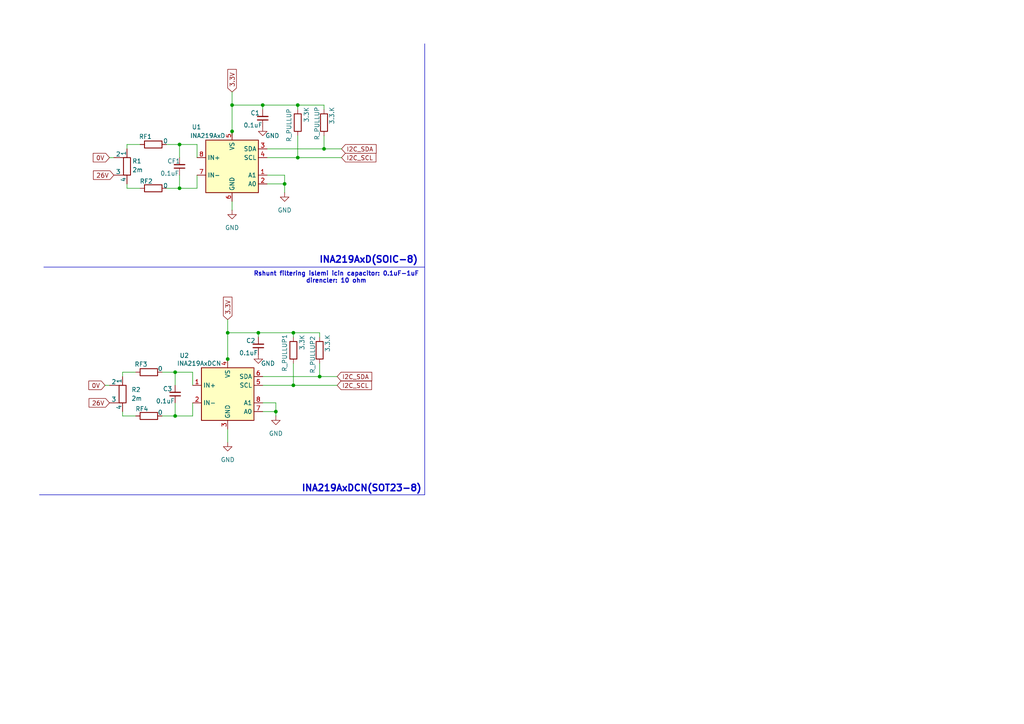
<source format=kicad_sch>
(kicad_sch (version 20231120) (generator "eeschema") (generator_version "8.0")
  (paper "A4")
  (lib_symbols
    (symbol "Device:C_Small" (pin_numbers hide) (pin_names (offset 0.254) hide)
      (property "Reference" "C" (at 0.254 1.778 0))
      (property "Value" "C_Small" (at 0.254 -2.032 0))
      (symbol "C_Small_0_1"
        (polyline (pts (xy -1.524 -0.508) (xy 1.524 -0.508)) (stroke (width 0.3302)))
        (polyline (pts (xy -1.524 0.508) (xy 1.524 0.508)) (stroke (width 0.3048)))
      )
      (symbol "C_Small_1_1"
        (pin passive line (at 0 2.54 270) (length 2.032) (name "~") (number "1"))
        (pin passive line (at 0 -2.54 90) (length 2.032) (name "~") (number "2"))
      )
    )
    (symbol "Device:R" (pin_numbers hide) (pin_names (offset 0))
      (property "Reference" "R" (at 2.032 0 90))
      (property "Value" "R" (at 0 0 90))
      (symbol "R_0_1"
        (rectangle (start -1.016 -2.54) (end 1.016 2.54) (stroke (width 0.254)))
      )
      (symbol "R_1_1"
        (pin passive line (at 0 3.81 270) (length 1.27) (name "~") (number "1"))
        (pin passive line (at 0 -3.81 90) (length 1.27) (name "~") (number "2"))
      )
    )
    (symbol "Device:R_Shunt" (pin_numbers hide) (pin_names (offset 0))
      (property "Reference" "R" (at -4.445 0 90))
      (property "Value" "R_Shunt" (at -2.54 0 90))
      (symbol "R_Shunt_0_1"
        (rectangle (start -1.016 -2.54) (end 1.016 2.54) (stroke (width 0.254)))
        (polyline (pts (xy 0 -2.54) (xy 1.27 -2.54)))
        (polyline (pts (xy 1.27 2.54) (xy 0 2.54)))
      )
      (symbol "R_Shunt_1_1"
        (pin passive line (at 0 5.08 270) (length 2.54) (name "1") (number "1"))
        (pin passive line (at 3.81 2.54 180) (length 2.54) (name "2") (number "2"))
        (pin passive line (at 3.81 -2.54 180) (length 2.54) (name "3") (number "3"))
        (pin passive line (at 0 -5.08 90) (length 2.54) (name "4") (number "4"))
      )
    )
    (symbol "Sensor_Energy:INA219AxD"
      (property "Reference" "U" (at -6.35 8.89 0))
      (property "Value" "INA219AxD" (at 5.08 8.89 0))
      (symbol "INA219AxD_0_1"
        (rectangle (start -7.62 7.62) (end 7.62 -7.62) (stroke (width 0.254)) (fill (type background)))
      )
      (symbol "INA219AxD_1_1"
        (pin input line (at 10.16 -2.54 180) (length 2.54) (name "A1") (number "1"))
        (pin input line (at 10.16 -5.08 180) (length 2.54) (name "A0") (number "2"))
        (pin bidirectional line (at 10.16 5.08 180) (length 2.54) (name "SDA") (number "3"))
        (pin input line (at 10.16 2.54 180) (length 2.54) (name "SCL") (number "4"))
        (pin power_in line (at 0 10.16 270) (length 2.54) (name "VS") (number "5"))
        (pin power_in line (at 0 -10.16 90) (length 2.54) (name "GND") (number "6"))
        (pin input line (at -10.16 -2.54 0) (length 2.54) (name "IN-") (number "7"))
        (pin input line (at -10.16 2.54 0) (length 2.54) (name "IN+") (number "8"))
      )
    )
    (symbol "Sensor_Energy:INA219AxDCN"
      (property "Reference" "U" (at -6.35 8.89 0))
      (property "Value" "INA219AxDCN" (at 6.35 8.89 0))
      (symbol "INA219AxDCN_0_1"
        (rectangle (start -7.62 7.62) (end 7.62 -7.62) (stroke (width 0.254)) (fill (type background)))
      )
      (symbol "INA219AxDCN_1_1"
        (pin input line (at -10.16 2.54 0) (length 2.54) (name "IN+") (number "1"))
        (pin input line (at -10.16 -2.54 0) (length 2.54) (name "IN-") (number "2"))
        (pin power_in line (at 0 -10.16 90) (length 2.54) (name "GND") (number "3"))
        (pin power_in line (at 0 10.16 270) (length 2.54) (name "VS") (number "4"))
        (pin input line (at 10.16 2.54 180) (length 2.54) (name "SCL") (number "5"))
        (pin bidirectional line (at 10.16 5.08 180) (length 2.54) (name "SDA") (number "6"))
        (pin input line (at 10.16 -5.08 180) (length 2.54) (name "A0") (number "7"))
        (pin input line (at 10.16 -2.54 180) (length 2.54) (name "A1") (number "8"))
      )
    )
    (symbol "power:GND" (power) (pin_numbers hide) (pin_names (offset 0) hide)
      (property "Value" "GND" (at 0 -3.81 0))
      (symbol "GND_0_1"
        (polyline (pts (xy 0 0) (xy 0 -1.27) (xy 1.27 -1.27) (xy 0 -2.54) (xy -1.27 -1.27) (xy 0 -1.27)))
      )
      (symbol "GND_1_1"
        (pin power_in line (at 0 0 270) (length 0) (name "~") (number "1"))
      )
    )
  )
  (junction (at 93.98 43.18))
  (junction (at 50.8 107.95))
  (junction (at 66.04 104.14))
  (junction (at 67.31 38.1))
  (junction (at 86.36 30.48))
  (junction (at 66.04 96.52))
  (junction (at 67.31 30.48))
  (junction (at 74.93 96.52))
  (junction (at 86.36 45.72))
  (junction (at 76.2 30.48))
  (junction (at 80.01 119.38))
  (junction (at 92.71 109.22))
  (junction (at 52.07 41.91))
  (junction (at 85.09 111.76))
  (junction (at 82.55 53.34))
  (junction (at 85.09 96.52))
  (junction (at 52.07 54.61))
  (junction (at 50.8 120.65))
  (wire (pts (xy 30.48 111.76) (xy 31.75 111.76)))
  (wire (pts (xy 36.83 53.34) (xy 36.83 54.61)))
  (wire (pts (xy 31.75 45.72) (xy 33.02 45.72)))
  (wire (pts (xy 55.88 116.84) (xy 55.88 120.65)))
  (wire (pts (xy 85.09 111.76) (xy 85.09 105.41)))
  (wire (pts (xy 66.04 96.52) (xy 74.93 96.52)))
  (wire (pts (xy 67.31 58.42) (xy 67.31 60.96)))
  (wire (pts (xy 50.8 107.95) (xy 46.99 107.95)))
  (wire (pts (xy 77.47 50.8) (xy 82.55 50.8)))
  (wire (pts (xy 74.93 96.52) (xy 85.09 96.52)))
  (wire (pts (xy 55.88 120.65) (xy 50.8 120.65)))
  (wire (pts (xy 35.56 120.65) (xy 39.37 120.65)))
  (wire (pts (xy 92.71 97.79) (xy 92.71 96.52)))
  (wire (pts (xy 77.47 43.18) (xy 93.98 43.18)))
  (wire (pts (xy 74.93 97.79) (xy 74.93 96.52)))
  (wire (pts (xy 40.64 41.91) (xy 36.83 41.91)))
  (wire (pts (xy 77.47 45.72) (xy 86.36 45.72)))
  (wire (pts (xy 82.55 50.8) (xy 82.55 53.34)))
  (wire (pts (xy 52.07 54.61) (xy 48.26 54.61)))
  (wire (pts (xy 57.15 41.91) (xy 52.07 41.91)))
  (wire (pts (xy 82.55 53.34) (xy 82.55 55.88)))
  (wire (pts (xy 50.8 107.95) (xy 50.8 111.76)))
  (wire (pts (xy 86.36 45.72) (xy 99.06 45.72)))
  (wire (pts (xy 80.01 119.38) (xy 80.01 120.65)))
  (wire (pts (xy 36.83 54.61) (xy 40.64 54.61)))
  (wire (pts (xy 66.04 124.46) (xy 66.04 128.27)))
  (wire (pts (xy 76.2 111.76) (xy 85.09 111.76)))
  (wire (pts (xy 52.07 41.91) (xy 48.26 41.91)))
  (wire (pts (xy 92.71 109.22) (xy 92.71 105.41)))
  (polyline (pts (xy 123.19 12.7) (xy 123.19 77.47)))
  (wire (pts (xy 92.71 109.22) (xy 97.79 109.22)))
  (wire (pts (xy 93.98 43.18) (xy 99.06 43.18)))
  (wire (pts (xy 35.56 107.95) (xy 35.56 109.22)))
  (polyline (pts (xy 123.19 143.51) (xy 123.19 77.47)))
  (wire (pts (xy 86.36 31.75) (xy 86.36 30.48)))
  (wire (pts (xy 76.2 30.48) (xy 86.36 30.48)))
  (wire (pts (xy 67.31 26.67) (xy 67.31 30.48)))
  (wire (pts (xy 57.15 54.61) (xy 52.07 54.61)))
  (wire (pts (xy 76.2 116.84) (xy 80.01 116.84)))
  (wire (pts (xy 55.88 111.76) (xy 55.88 107.95)))
  (wire (pts (xy 50.8 120.65) (xy 46.99 120.65)))
  (wire (pts (xy 57.15 45.72) (xy 57.15 41.91)))
  (wire (pts (xy 76.2 31.75) (xy 76.2 30.48)))
  (wire (pts (xy 93.98 43.18) (xy 93.98 39.37)))
  (wire (pts (xy 66.04 104.14) (xy 66.04 105.41)))
  (wire (pts (xy 52.07 50.8) (xy 52.07 54.61)))
  (wire (pts (xy 39.37 107.95) (xy 35.56 107.95)))
  (wire (pts (xy 85.09 111.76) (xy 97.79 111.76)))
  (wire (pts (xy 35.56 119.38) (xy 35.56 120.65)))
  (wire (pts (xy 57.15 50.8) (xy 57.15 54.61)))
  (wire (pts (xy 80.01 116.84) (xy 80.01 119.38)))
  (wire (pts (xy 76.2 109.22) (xy 92.71 109.22)))
  (wire (pts (xy 66.04 96.52) (xy 66.04 104.14)))
  (wire (pts (xy 52.07 41.91) (xy 52.07 45.72)))
  (wire (pts (xy 77.47 53.34) (xy 82.55 53.34)))
  (polyline (pts (xy 11.43 143.51) (xy 123.19 143.51)))
  (polyline (pts (xy 12.7 77.47) (xy 123.19 77.47)))
  (wire (pts (xy 50.8 116.84) (xy 50.8 120.65)))
  (wire (pts (xy 92.71 96.52) (xy 85.09 96.52)))
  (wire (pts (xy 67.31 30.48) (xy 76.2 30.48)))
  (wire (pts (xy 67.31 30.48) (xy 67.31 38.1)))
  (wire (pts (xy 55.88 107.95) (xy 50.8 107.95)))
  (wire (pts (xy 76.2 119.38) (xy 80.01 119.38)))
  (wire (pts (xy 93.98 31.75) (xy 93.98 30.48)))
  (wire (pts (xy 36.83 41.91) (xy 36.83 43.18)))
  (wire (pts (xy 67.31 38.1) (xy 67.31 39.37)))
  (wire (pts (xy 66.04 92.71) (xy 66.04 96.52)))
  (wire (pts (xy 86.36 45.72) (xy 86.36 39.37)))
  (wire (pts (xy 85.09 97.79) (xy 85.09 96.52)))
  (wire (pts (xy 93.98 30.48) (xy 86.36 30.48)))
  (text "Rshunt filtering islemi icin capacitor: 0.1uF-1uF\ndirencler: 10 ohm" (at 97.536 80.518 0) (effects (font (size 1.27 1.27) (thickness 0.254) (bold yes))))
  (text "INA219AxD(SOIC-8)" (at 106.934 75.438 0) (effects (font (size 1.905 1.905) (thickness 0.381) (bold yes))))
  (text "INA219AxDCN(SOT23-8)" (at 104.902 141.732 0) (effects (font (size 1.905 1.905) (thickness 0.381) (bold yes))))
  (global_label "0V" (shape input) (at 30.48 111.76 180) (property "Intersheetrefs" "${INTERSHEET_REFS}" (effects (hide yes))))
  (global_label "3.3V" (shape input) (at 67.31 26.67 90) (property "Intersheetrefs" "${INTERSHEET_REFS}" (effects (hide yes))))
  (global_label "I2C_SDA" (shape input) (at 97.79 109.22 0) (property "Intersheetrefs" "${INTERSHEET_REFS}" (effects (hide yes))))
  (global_label "26V" (shape input) (at 31.75 116.84 180) (property "Intersheetrefs" "${INTERSHEET_REFS}" (effects (hide yes))))
  (global_label "I2C_SDA" (shape input) (at 99.06 43.18 0) (property "Intersheetrefs" "${INTERSHEET_REFS}" (effects (hide yes))))
  (global_label "I2C_SCL" (shape input) (at 97.79 111.76 0) (property "Intersheetrefs" "${INTERSHEET_REFS}" (effects (hide yes))))
  (global_label "0V" (shape input) (at 31.75 45.72 180) (property "Intersheetrefs" "${INTERSHEET_REFS}" (effects (hide yes))))
  (global_label "I2C_SCL" (shape input) (at 99.06 45.72 0) (property "Intersheetrefs" "${INTERSHEET_REFS}" (effects (hide yes))))
  (global_label "26V" (shape input) (at 33.02 50.8 180) (property "Intersheetrefs" "${INTERSHEET_REFS}" (effects (hide yes))))
  (global_label "3.3V" (shape input) (at 66.04 92.71 90) (property "Intersheetrefs" "${INTERSHEET_REFS}" (effects (hide yes))))
  (symbol (lib_id "power:GND") (at 76.2 36.83 0) (unit 1)
    (property "Reference" "#PWR04" (effects (hide yes)))
    (property "Value" "GND" (at 78.994 39.37 0))
    (property "Description" "Power symbol creates a global label with name \"GND\" , ground" (effects (hide yes)))
  )
  (symbol (lib_id "Device:R") (at 85.09 101.6 180) (unit 1)
    (property "Reference" "R_PULLUP1" (at 82.55 102.362 90))
    (property "Value" "3.3K" (at 87.63 99.314 90))
    (property "Description" "Resistor" (effects (hide yes)))
  )
  (symbol (lib_id "Device:R_Shunt") (at 35.56 114.3 0) (mirror y) (unit 1)
    (property "Reference" "R2" (at 38.1 113.0299 0) (effects (justify right)))
    (property "Value" "2m" (at 38.1 115.5699 0) (effects (justify right)))
    (property "Description" "Shunt resistor" (effects (hide yes)))
  )
  (symbol (lib_id "power:GND") (at 67.31 60.96 0) (unit 1)
    (property "Reference" "#PWR01" (effects (hide yes)))
    (property "Value" "GND" (at 67.31 66.04 0))
    (property "Description" "Power symbol creates a global label with name \"GND\" , ground" (effects (hide yes)))
  )
  (symbol (lib_id "power:GND") (at 74.93 102.87 0) (unit 1)
    (property "Reference" "#PWR06" (effects (hide yes)))
    (property "Value" "GND" (at 77.724 105.41 0))
    (property "Description" "Power symbol creates a global label with name \"GND\" , ground" (effects (hide yes)))
  )
  (symbol (lib_id "Device:R") (at 43.18 107.95 90) (unit 1)
    (property "Reference" "RF3" (at 40.894 105.664 90))
    (property "Value" "0" (at 46.482 106.934 90))
    (property "Description" "Resistor" (effects (hide yes)))
  )
  (symbol (lib_id "Device:R") (at 44.45 54.61 90) (unit 1)
    (property "Reference" "RF2" (at 42.418 52.578 90))
    (property "Value" "0" (at 48.006 53.848 90))
    (property "Description" "Resistor" (effects (hide yes)))
  )
  (symbol (lib_id "Device:C_Small") (at 74.93 100.33 180) (unit 1)
    (property "Reference" "C2" (at 71.374 98.806 0) (effects (justify right)))
    (property "Value" "0.1uF" (at 69.342 102.362 0) (effects (justify right)))
    (property "Description" "Unpolarized capacitor, small symbol" (effects (hide yes)))
  )
  (symbol (lib_id "power:GND") (at 80.01 120.65 0) (unit 1)
    (property "Reference" "#PWR03" (effects (hide yes)))
    (property "Value" "GND" (at 80.01 125.73 0))
    (property "Description" "Power symbol creates a global label with name \"GND\" , ground" (effects (hide yes)))
  )
  (symbol (lib_id "Device:R") (at 86.36 35.56 180) (unit 1)
    (property "Reference" "R_PULLUP" (at 83.82 36.322 90))
    (property "Value" "3.3K" (at 88.9 33.274 90))
    (property "Description" "Resistor" (effects (hide yes)))
  )
  (symbol (lib_id "Device:R") (at 44.45 41.91 90) (unit 1)
    (property "Reference" "RF1" (at 42.164 39.624 90))
    (property "Value" "0" (at 48.006 40.894 90))
    (property "Description" "Resistor" (effects (hide yes)))
  )
  (symbol (lib_id "Device:C_Small") (at 52.07 48.26 180) (unit 1)
    (property "Reference" "CF1" (at 48.514 46.736 0) (effects (justify right)))
    (property "Value" "0.1uF" (at 46.482 50.292 0) (effects (justify right)))
    (property "Description" "Unpolarized capacitor, small symbol" (effects (hide yes)))
  )
  (symbol (lib_id "power:GND") (at 82.55 55.88 0) (unit 1)
    (property "Reference" "#PWR05" (effects (hide yes)))
    (property "Value" "GND" (at 82.55 60.96 0))
    (property "Description" "Power symbol creates a global label with name \"GND\" , ground" (effects (hide yes)))
  )
  (symbol (lib_id "Device:R") (at 92.71 101.6 180) (unit 1)
    (property "Reference" "R_PULLUP2" (at 90.678 102.87 90))
    (property "Value" "3.3.K" (at 94.996 99.568 90))
    (property "Description" "Resistor" (effects (hide yes)))
  )
  (symbol (lib_id "Device:R_Shunt") (at 36.83 48.26 0) (mirror y) (unit 1)
    (property "Reference" "R1" (at 38.354 46.736 0) (effects (justify right)))
    (property "Value" "2m" (at 38.354 49.276 0) (effects (justify right)))
    (property "Description" "Shunt resistor" (effects (hide yes)))
  )
  (symbol (lib_id "Device:C_Small") (at 76.2 34.29 180) (unit 1)
    (property "Reference" "C1" (at 72.644 32.766 0) (effects (justify right)))
    (property "Value" "0.1uF" (at 70.612 36.322 0) (effects (justify right)))
    (property "Description" "Unpolarized capacitor, small symbol" (effects (hide yes)))
  )
  (symbol (lib_id "Device:R") (at 43.18 120.65 90) (unit 1)
    (property "Reference" "RF4" (at 41.148 118.618 90))
    (property "Value" "0" (at 46.482 119.634 90))
    (property "Description" "Resistor" (effects (hide yes)))
  )
  (symbol (lib_id "power:GND") (at 66.04 128.27 0) (unit 1)
    (property "Reference" "#PWR02" (effects (hide yes)))
    (property "Value" "GND" (at 66.04 133.35 0))
    (property "Description" "Power symbol creates a global label with name \"GND\" , ground" (effects (hide yes)))
  )
  (symbol (lib_id "Device:R") (at 93.98 35.56 180) (unit 1)
    (property "Reference" "R_PULLUP" (at 91.948 35.814 90))
    (property "Value" "3.3.K" (at 96.266 33.528 90))
    (property "Description" "Resistor" (effects (hide yes)))
  )
  (symbol (lib_id "Device:C_Small") (at 50.8 114.3 180) (unit 1)
    (property "Reference" "C3" (at 47.244 112.776 0) (effects (justify right)))
    (property "Value" "0.1uF" (at 45.212 116.332 0) (effects (justify right)))
    (property "Description" "Unpolarized capacitor, small symbol" (effects (hide yes)))
  )
  (symbol (lib_id "Sensor_Energy:INA219AxDCN") (at 66.04 114.3 0) (unit 1)
    (property "Reference" "U2" (at 52.07 103.124 0) (effects (justify left)))
    (property "Value" "INA219AxDCN" (at 51.308 105.41 0) (effects (justify left)))
    (property "Footprint" "Package_TO_SOT_SMD:SOT-23-8" (effects (hide yes)))
    (property "Datasheet" "http://www.ti.com/lit/ds/symlink/ina219.pdf" (effects (hide yes)))
    (property "Description" "Zero-Drift, Bidirectional Current/Power Monitor (0-26V) With I2C Interface, SOT-23-8" (effects (hide yes)))
  )
  (symbol (lib_id "Sensor_Energy:INA219AxD") (at 67.31 48.26 0) (unit 1)
    (property "Reference" "U1" (at 55.626 36.83 0) (effects (justify left)))
    (property "Value" "INA219AxD" (at 55.118 39.37 0) (effects (justify left)))
    (property "Footprint" "Package_SO:SOIC-8_3.9x4.9mm_P1.27mm" (effects (hide yes)))
    (property "Datasheet" "http://www.ti.com/lit/ds/symlink/ina219.pdf" (effects (hide yes)))
    (property "Description" "Zero-Drift, Bidirectional Current/Power Monitor (0-26V) With I2C Interface, SOIC-8" (effects (hide yes)))
  )
)
</source>
